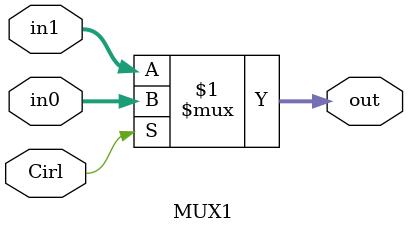
<source format=v>
`timescale 1ns / 1ps
module MUX1(
    input [4:0] in0,
    input [4:0] in1,
    input Cirl,
    output [4:0] out
    );
	assign out = Cirl ? in0 : in1;

endmodule

</source>
